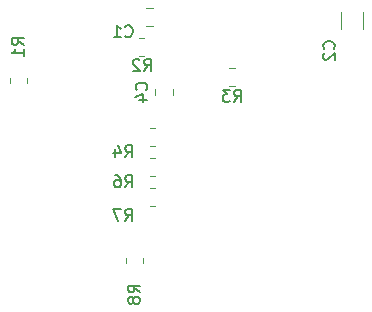
<source format=gbr>
%TF.GenerationSoftware,KiCad,Pcbnew,(6.0.0)*%
%TF.CreationDate,2022-10-20T13:45:59-04:00*%
%TF.ProjectId,TandyKey-AB,54616e64-794b-4657-992d-41422e6b6963,rev?*%
%TF.SameCoordinates,Original*%
%TF.FileFunction,Legend,Bot*%
%TF.FilePolarity,Positive*%
%FSLAX46Y46*%
G04 Gerber Fmt 4.6, Leading zero omitted, Abs format (unit mm)*
G04 Created by KiCad (PCBNEW (6.0.0)) date 2022-10-20 13:45:59*
%MOMM*%
%LPD*%
G01*
G04 APERTURE LIST*
%ADD10C,0.150000*%
%ADD11C,0.120000*%
G04 APERTURE END LIST*
D10*
%TO.C,R1*%
X115387380Y-87145833D02*
X114911190Y-86812500D01*
X115387380Y-86574404D02*
X114387380Y-86574404D01*
X114387380Y-86955357D01*
X114435000Y-87050595D01*
X114482619Y-87098214D01*
X114577857Y-87145833D01*
X114720714Y-87145833D01*
X114815952Y-87098214D01*
X114863571Y-87050595D01*
X114911190Y-86955357D01*
X114911190Y-86574404D01*
X115387380Y-88098214D02*
X115387380Y-87526785D01*
X115387380Y-87812500D02*
X114387380Y-87812500D01*
X114530238Y-87717261D01*
X114625476Y-87622023D01*
X114673095Y-87526785D01*
%TO.C,C1*%
X123991666Y-86399642D02*
X124039285Y-86447261D01*
X124182142Y-86494880D01*
X124277380Y-86494880D01*
X124420238Y-86447261D01*
X124515476Y-86352023D01*
X124563095Y-86256785D01*
X124610714Y-86066309D01*
X124610714Y-85923452D01*
X124563095Y-85732976D01*
X124515476Y-85637738D01*
X124420238Y-85542500D01*
X124277380Y-85494880D01*
X124182142Y-85494880D01*
X124039285Y-85542500D01*
X123991666Y-85590119D01*
X123039285Y-86494880D02*
X123610714Y-86494880D01*
X123325000Y-86494880D02*
X123325000Y-85494880D01*
X123420238Y-85637738D01*
X123515476Y-85732976D01*
X123610714Y-85780595D01*
%TO.C,C4*%
X125769642Y-90955833D02*
X125817261Y-90908214D01*
X125864880Y-90765357D01*
X125864880Y-90670119D01*
X125817261Y-90527261D01*
X125722023Y-90432023D01*
X125626785Y-90384404D01*
X125436309Y-90336785D01*
X125293452Y-90336785D01*
X125102976Y-90384404D01*
X125007738Y-90432023D01*
X124912500Y-90527261D01*
X124864880Y-90670119D01*
X124864880Y-90765357D01*
X124912500Y-90908214D01*
X124960119Y-90955833D01*
X125198214Y-91812976D02*
X125864880Y-91812976D01*
X124817261Y-91574880D02*
X125531547Y-91336785D01*
X125531547Y-91955833D01*
%TO.C,C2*%
X141644642Y-87463333D02*
X141692261Y-87415714D01*
X141739880Y-87272857D01*
X141739880Y-87177619D01*
X141692261Y-87034761D01*
X141597023Y-86939523D01*
X141501785Y-86891904D01*
X141311309Y-86844285D01*
X141168452Y-86844285D01*
X140977976Y-86891904D01*
X140882738Y-86939523D01*
X140787500Y-87034761D01*
X140739880Y-87177619D01*
X140739880Y-87272857D01*
X140787500Y-87415714D01*
X140835119Y-87463333D01*
X140835119Y-87844285D02*
X140787500Y-87891904D01*
X140739880Y-87987142D01*
X140739880Y-88225238D01*
X140787500Y-88320476D01*
X140835119Y-88368095D01*
X140930357Y-88415714D01*
X141025595Y-88415714D01*
X141168452Y-88368095D01*
X141739880Y-87796666D01*
X141739880Y-88415714D01*
%TO.C,R7*%
X123991666Y-102052380D02*
X124325000Y-101576190D01*
X124563095Y-102052380D02*
X124563095Y-101052380D01*
X124182142Y-101052380D01*
X124086904Y-101100000D01*
X124039285Y-101147619D01*
X123991666Y-101242857D01*
X123991666Y-101385714D01*
X124039285Y-101480952D01*
X124086904Y-101528571D01*
X124182142Y-101576190D01*
X124563095Y-101576190D01*
X123658333Y-101052380D02*
X122991666Y-101052380D01*
X123420238Y-102052380D01*
%TO.C,R2*%
X125579166Y-89352380D02*
X125912500Y-88876190D01*
X126150595Y-89352380D02*
X126150595Y-88352380D01*
X125769642Y-88352380D01*
X125674404Y-88400000D01*
X125626785Y-88447619D01*
X125579166Y-88542857D01*
X125579166Y-88685714D01*
X125626785Y-88780952D01*
X125674404Y-88828571D01*
X125769642Y-88876190D01*
X126150595Y-88876190D01*
X125198214Y-88447619D02*
X125150595Y-88400000D01*
X125055357Y-88352380D01*
X124817261Y-88352380D01*
X124722023Y-88400000D01*
X124674404Y-88447619D01*
X124626785Y-88542857D01*
X124626785Y-88638095D01*
X124674404Y-88780952D01*
X125245833Y-89352380D01*
X124626785Y-89352380D01*
%TO.C,R4*%
X123991666Y-96654880D02*
X124325000Y-96178690D01*
X124563095Y-96654880D02*
X124563095Y-95654880D01*
X124182142Y-95654880D01*
X124086904Y-95702500D01*
X124039285Y-95750119D01*
X123991666Y-95845357D01*
X123991666Y-95988214D01*
X124039285Y-96083452D01*
X124086904Y-96131071D01*
X124182142Y-96178690D01*
X124563095Y-96178690D01*
X123134523Y-95988214D02*
X123134523Y-96654880D01*
X123372619Y-95607261D02*
X123610714Y-96321547D01*
X122991666Y-96321547D01*
%TO.C,R3*%
X133199166Y-91954880D02*
X133532500Y-91478690D01*
X133770595Y-91954880D02*
X133770595Y-90954880D01*
X133389642Y-90954880D01*
X133294404Y-91002500D01*
X133246785Y-91050119D01*
X133199166Y-91145357D01*
X133199166Y-91288214D01*
X133246785Y-91383452D01*
X133294404Y-91431071D01*
X133389642Y-91478690D01*
X133770595Y-91478690D01*
X132865833Y-90954880D02*
X132246785Y-90954880D01*
X132580119Y-91335833D01*
X132437261Y-91335833D01*
X132342023Y-91383452D01*
X132294404Y-91431071D01*
X132246785Y-91526309D01*
X132246785Y-91764404D01*
X132294404Y-91859642D01*
X132342023Y-91907261D01*
X132437261Y-91954880D01*
X132722976Y-91954880D01*
X132818214Y-91907261D01*
X132865833Y-91859642D01*
%TO.C,R6*%
X123991666Y-99194880D02*
X124325000Y-98718690D01*
X124563095Y-99194880D02*
X124563095Y-98194880D01*
X124182142Y-98194880D01*
X124086904Y-98242500D01*
X124039285Y-98290119D01*
X123991666Y-98385357D01*
X123991666Y-98528214D01*
X124039285Y-98623452D01*
X124086904Y-98671071D01*
X124182142Y-98718690D01*
X124563095Y-98718690D01*
X123134523Y-98194880D02*
X123325000Y-98194880D01*
X123420238Y-98242500D01*
X123467857Y-98290119D01*
X123563095Y-98432976D01*
X123610714Y-98623452D01*
X123610714Y-99004404D01*
X123563095Y-99099642D01*
X123515476Y-99147261D01*
X123420238Y-99194880D01*
X123229761Y-99194880D01*
X123134523Y-99147261D01*
X123086904Y-99099642D01*
X123039285Y-99004404D01*
X123039285Y-98766309D01*
X123086904Y-98671071D01*
X123134523Y-98623452D01*
X123229761Y-98575833D01*
X123420238Y-98575833D01*
X123515476Y-98623452D01*
X123563095Y-98671071D01*
X123610714Y-98766309D01*
%TO.C,R8*%
X125229880Y-108100833D02*
X124753690Y-107767500D01*
X125229880Y-107529404D02*
X124229880Y-107529404D01*
X124229880Y-107910357D01*
X124277500Y-108005595D01*
X124325119Y-108053214D01*
X124420357Y-108100833D01*
X124563214Y-108100833D01*
X124658452Y-108053214D01*
X124706071Y-108005595D01*
X124753690Y-107910357D01*
X124753690Y-107529404D01*
X124658452Y-108672261D02*
X124610833Y-108577023D01*
X124563214Y-108529404D01*
X124467976Y-108481785D01*
X124420357Y-108481785D01*
X124325119Y-108529404D01*
X124277500Y-108577023D01*
X124229880Y-108672261D01*
X124229880Y-108862738D01*
X124277500Y-108957976D01*
X124325119Y-109005595D01*
X124420357Y-109053214D01*
X124467976Y-109053214D01*
X124563214Y-109005595D01*
X124610833Y-108957976D01*
X124658452Y-108862738D01*
X124658452Y-108672261D01*
X124706071Y-108577023D01*
X124753690Y-108529404D01*
X124848928Y-108481785D01*
X125039404Y-108481785D01*
X125134642Y-108529404D01*
X125182261Y-108577023D01*
X125229880Y-108672261D01*
X125229880Y-108862738D01*
X125182261Y-108957976D01*
X125134642Y-109005595D01*
X125039404Y-109053214D01*
X124848928Y-109053214D01*
X124753690Y-109005595D01*
X124706071Y-108957976D01*
X124658452Y-108862738D01*
D11*
%TO.C,R1*%
X114200000Y-90397064D02*
X114200000Y-89942936D01*
X115670000Y-90397064D02*
X115670000Y-89942936D01*
%TO.C,C1*%
X125786248Y-85507500D02*
X126308752Y-85507500D01*
X125786248Y-84037500D02*
X126308752Y-84037500D01*
%TO.C,C4*%
X128005000Y-91383752D02*
X128005000Y-90861248D01*
X126535000Y-91383752D02*
X126535000Y-90861248D01*
%TO.C,C2*%
X142282500Y-85801252D02*
X142282500Y-84378748D01*
X144102500Y-85801252D02*
X144102500Y-84378748D01*
%TO.C,R7*%
X126544564Y-99277500D02*
X126090436Y-99277500D01*
X126544564Y-100747500D02*
X126090436Y-100747500D01*
%TO.C,R2*%
X125147944Y-88047500D02*
X125602072Y-88047500D01*
X125147944Y-86577500D02*
X125602072Y-86577500D01*
%TO.C,R4*%
X126090436Y-94197500D02*
X126544564Y-94197500D01*
X126090436Y-95667500D02*
X126544564Y-95667500D01*
%TO.C,R3*%
X132805436Y-89117500D02*
X133259564Y-89117500D01*
X132805436Y-90587500D02*
X133259564Y-90587500D01*
%TO.C,R6*%
X126544564Y-98207500D02*
X126090436Y-98207500D01*
X126544564Y-96737500D02*
X126090436Y-96737500D01*
%TO.C,R8*%
X125512500Y-105182936D02*
X125512500Y-105637064D01*
X124042500Y-105182936D02*
X124042500Y-105637064D01*
%TD*%
M02*

</source>
